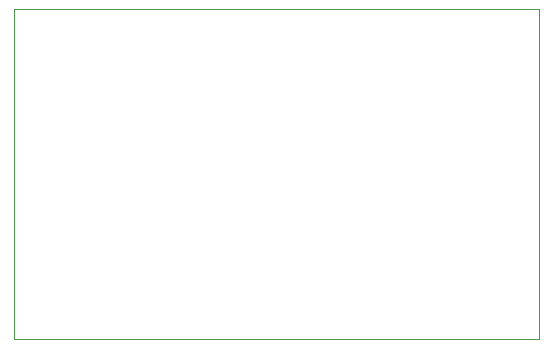
<source format=gbr>
%TF.GenerationSoftware,KiCad,Pcbnew,(6.0.4)*%
%TF.CreationDate,2022-03-30T23:52:19-07:00*%
%TF.ProjectId,pwm_gen_board,70776d5f-6765-46e5-9f62-6f6172642e6b,rev?*%
%TF.SameCoordinates,PX5d42830PY40311b0*%
%TF.FileFunction,Profile,NP*%
%FSLAX46Y46*%
G04 Gerber Fmt 4.6, Leading zero omitted, Abs format (unit mm)*
G04 Created by KiCad (PCBNEW (6.0.4)) date 2022-03-30 23:52:19*
%MOMM*%
%LPD*%
G01*
G04 APERTURE LIST*
%TA.AperFunction,Profile*%
%ADD10C,0.100000*%
%TD*%
G04 APERTURE END LIST*
D10*
X44450000Y0D02*
X44450000Y-27940000D01*
X44450000Y-27940000D02*
X0Y-27940000D01*
X0Y0D02*
X44450000Y0D01*
X0Y-27940000D02*
X0Y0D01*
M02*

</source>
